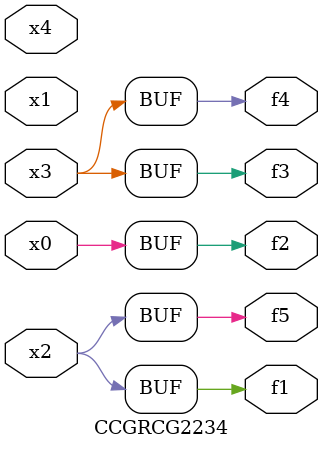
<source format=v>
module CCGRCG2234(
	input x0, x1, x2, x3, x4,
	output f1, f2, f3, f4, f5
);
	assign f1 = x2;
	assign f2 = x0;
	assign f3 = x3;
	assign f4 = x3;
	assign f5 = x2;
endmodule

</source>
